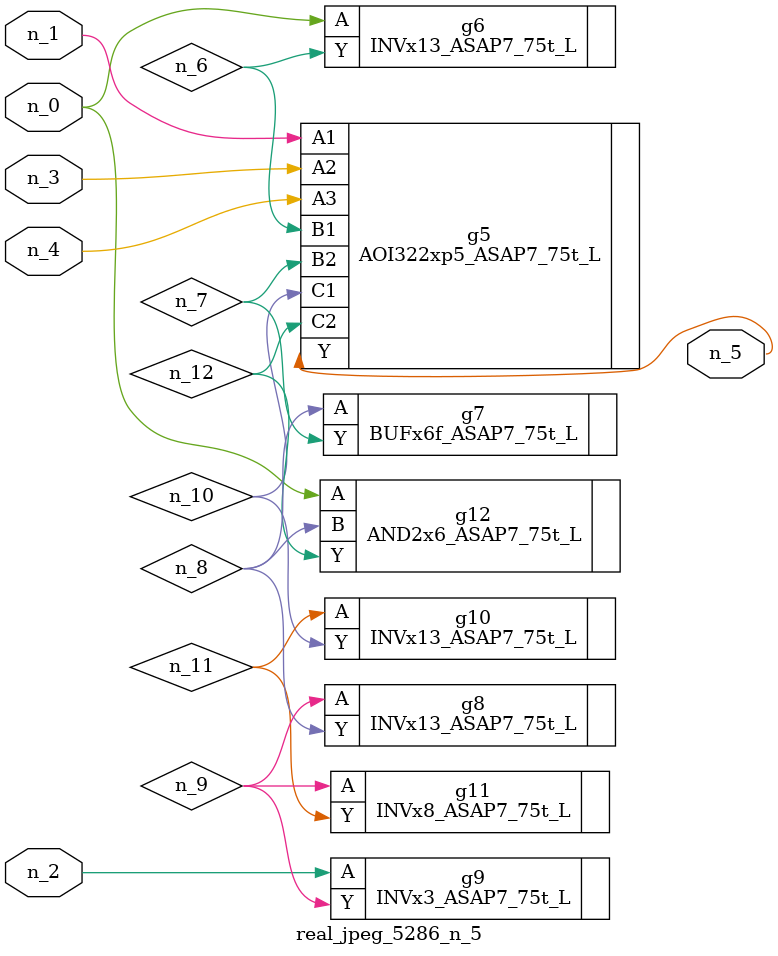
<source format=v>
module real_jpeg_5286_n_5 (n_4, n_0, n_1, n_2, n_3, n_5);

input n_4;
input n_0;
input n_1;
input n_2;
input n_3;

output n_5;

wire n_12;
wire n_8;
wire n_11;
wire n_6;
wire n_7;
wire n_10;
wire n_9;

INVx13_ASAP7_75t_L g6 ( 
.A(n_0),
.Y(n_6)
);

AND2x6_ASAP7_75t_L g12 ( 
.A(n_0),
.B(n_8),
.Y(n_12)
);

AOI322xp5_ASAP7_75t_L g5 ( 
.A1(n_1),
.A2(n_3),
.A3(n_4),
.B1(n_6),
.B2(n_7),
.C1(n_10),
.C2(n_12),
.Y(n_5)
);

INVx3_ASAP7_75t_L g9 ( 
.A(n_2),
.Y(n_9)
);

BUFx6f_ASAP7_75t_L g7 ( 
.A(n_8),
.Y(n_7)
);

INVx13_ASAP7_75t_L g8 ( 
.A(n_9),
.Y(n_8)
);

INVx8_ASAP7_75t_L g11 ( 
.A(n_9),
.Y(n_11)
);

INVx13_ASAP7_75t_L g10 ( 
.A(n_11),
.Y(n_10)
);


endmodule
</source>
